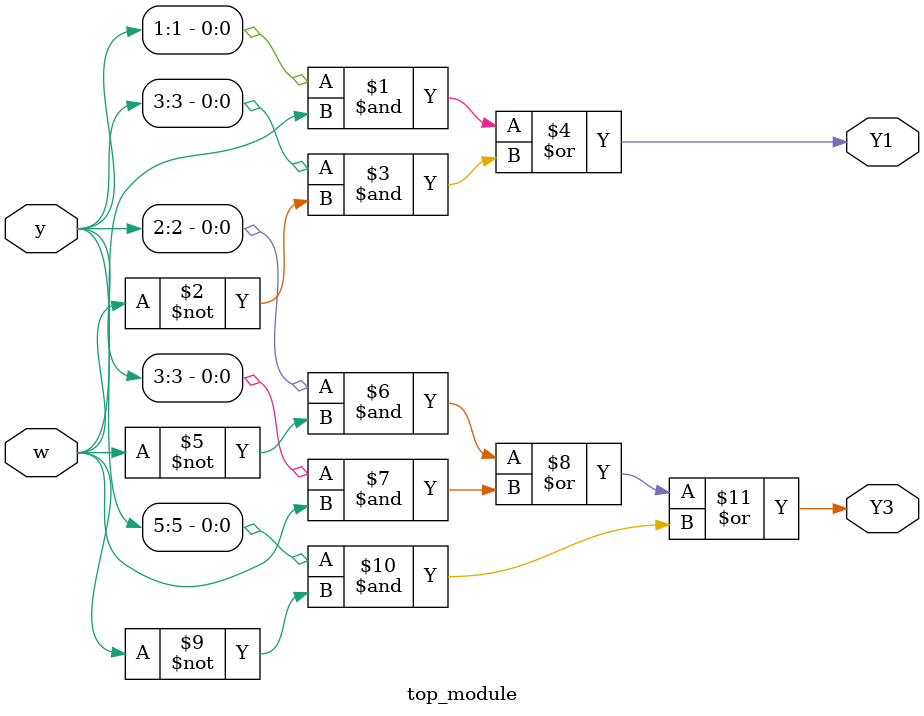
<source format=sv>
module top_module (
    input [5:0] y,
    input w,
    output Y1,
    output Y3
);

// Signal Y1 is the input to the state flip-flop y[1]
// It is 1 when the current state is B (000010) and the input is 1,
// or when the current state is D (001000) and the input is 0
assign Y1 = (y[1] & w) | (y[3] & ~w);

// Signal Y3 is the input to the state flip-flop y[3]
// It is 1 when the current state is C (000100) and the input is 0,
// or when the current state is D (001000) and the input is 1,
// or when the current state is F (100000) and the input is 0
assign Y3 = (y[2] & ~w) | (y[3] & w) | (y[5] & ~w);

endmodule

</source>
